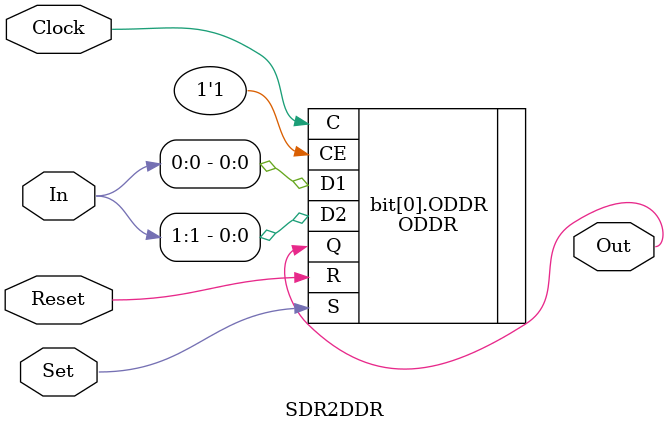
<source format=v>


//==============================================================================
//	Includes
//==============================================================================
`include "Const.v"
//==============================================================================

//------------------------------------------------------------------------------
//	Module:		SDR2DDR Mux
//	Desc:		...
//	Params:		...
//	Author:		Ilia Lebedev
//				<a href="http://www.gdgib.com/">Greg Gibeling</a>
//	Version:	$Revision: 26904 $
//------------------------------------------------------------------------------
module	SDR2DDR(Clock, Reset, Set, In, Out);
	//--------------------------------------------------------------------------
	//	Per-Instance Constants
	//--------------------------------------------------------------------------
	parameter				DDRWidth =				1,
							Interleave =			1;	// If 1, posedge bits are taken from odd-numbered bits of In. If 0, posedge bits are taken from In[DDRWidth-1:0]
	//--------------------------------------------------------------------------
	
	//--------------------------------------------------------------------------
	//	Constants
	//--------------------------------------------------------------------------
	localparam				SDRWidth =				2*DDRWidth;
	//--------------------------------------------------------------------------
	
	//--------------------------------------------------------------------------
	//	I/O
	//--------------------------------------------------------------------------
	input					Clock, Reset, Set;
	input	[SDRWidth-1:0]	In;
	output	[DDRWidth-1:0]	Out;
	//--------------------------------------------------------------------------
	
	//--------------------------------------------------------------------------
	//	Wires
	//--------------------------------------------------------------------------
	genvar					i;
	//--------------------------------------------------------------------------
	
	//--------------------------------------------------------------------------
	//	DDR Mux
	//--------------------------------------------------------------------------
	generate for (i = 0; i < DDRWidth; i = i+1) begin : bit
			// NOTE:	Data is transmitted with a 180-degree phase shift! DDR Data *must* be deskewed before use, or the receiver must listen on negative edges.
			ODDR	#(			.DDR_CLK_EDGE(		"SAME_EDGE"))	// "OPPOSITE_EDGE" or "SAME_EDGE" are the options, but we use "SAME_EDGE"
					ODDR(		.Q(					Out[i]),		// 1-bit DDR output
								.C(					Clock),			// 1-bit clock input
								.CE(				1'b1),			// 1-bit clock enable input
								.D1(				(Interleave ? In[2*i] : In[i])),				// 1-bit data input (1st edge - negative)
								.D2(				(Interleave ? In[(2*i)+1] : In[DDRWidth+i])),	// 1-bit data input (2nd edge - positive)
								.R(					Reset),			// 1-bit reset
								.S(					Set));			// 1-bit set
		end
	endgenerate
	//--------------------------------------------------------------------------
endmodule
//------------------------------------------------------------------------------
`ifdef SIMULATION
module ODDR #(
parameter DDR_CLK_EDGE = "SAME_EDGE" 
)(
output	Q	,
input	C	,
input	CE	,
input	D1	,
input	D2	,
input	R	,
input	S 
);

reg Q;

always @(posedge C or negedge R) begin
	if (R) begin
		Q <= 1'b0;
	end else if (CE&S) begin
		Q <= D2;
	end else if (CE)   begin
		Q <= D1;
	end
end

endmodule
`endif//`ifdef SIMULATION

</source>
